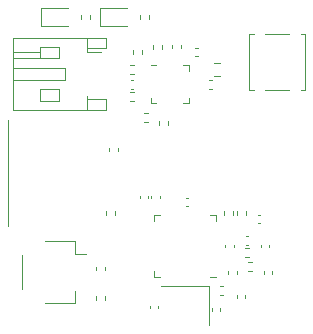
<source format=gto>
G04 #@! TF.GenerationSoftware,KiCad,Pcbnew,8.0.2*
G04 #@! TF.CreationDate,2024-05-24T20:41:35+02:00*
G04 #@! TF.ProjectId,ESP32-C3,45535033-322d-4433-932e-6b696361645f,rev?*
G04 #@! TF.SameCoordinates,Original*
G04 #@! TF.FileFunction,Legend,Top*
G04 #@! TF.FilePolarity,Positive*
%FSLAX46Y46*%
G04 Gerber Fmt 4.6, Leading zero omitted, Abs format (unit mm)*
G04 Created by KiCad (PCBNEW 8.0.2) date 2024-05-24 20:41:35*
%MOMM*%
%LPD*%
G01*
G04 APERTURE LIST*
%ADD10C,0.120000*%
G04 APERTURE END LIST*
D10*
G04 #@! TO.C,C3*
X54240000Y-7642164D02*
X54240000Y-7857836D01*
X54960000Y-7642164D02*
X54960000Y-7857836D01*
G04 #@! TO.C,R3*
X40920000Y-2546359D02*
X40920000Y-2853641D01*
X41680000Y-2546359D02*
X41680000Y-2853641D01*
G04 #@! TO.C,C12*
X50587164Y-8890000D02*
X50802836Y-8890000D01*
X50587164Y-9610000D02*
X50802836Y-9610000D01*
G04 #@! TO.C,C5*
X47642164Y-1390000D02*
X47857836Y-1390000D01*
X47642164Y-2110000D02*
X47857836Y-2110000D01*
G04 #@! TO.C,R18*
X44920000Y11236359D02*
X44920000Y11543641D01*
X45680000Y11236359D02*
X45680000Y11543641D01*
G04 #@! TO.C,D5*
X40415000Y14635000D02*
X40415000Y13165000D01*
X40415000Y13165000D02*
X42700000Y13165000D01*
X42700000Y14635000D02*
X40415000Y14635000D01*
G04 #@! TO.C,R16*
X45420000Y4796359D02*
X45420000Y5103641D01*
X46180000Y4796359D02*
X46180000Y5103641D01*
G04 #@! TO.C,U2*
X44690000Y6590000D02*
X44690000Y7065000D01*
X45165000Y9810000D02*
X44690000Y9810000D01*
X45165000Y6590000D02*
X44690000Y6590000D01*
X47435000Y9810000D02*
X47910000Y9810000D01*
X47435000Y6590000D02*
X47910000Y6590000D01*
X47910000Y9810000D02*
X47910000Y9335000D01*
X47910000Y6590000D02*
X47910000Y7065000D01*
G04 #@! TO.C,R10*
X38770000Y13746359D02*
X38770000Y14053641D01*
X39530000Y13746359D02*
X39530000Y14053641D01*
G04 #@! TO.C,C4*
X53990000Y-5392164D02*
X53990000Y-5607836D01*
X54710000Y-5392164D02*
X54710000Y-5607836D01*
G04 #@! TO.C,C16*
X49855000Y-10762164D02*
X49855000Y-10977836D01*
X50575000Y-10762164D02*
X50575000Y-10977836D01*
G04 #@! TO.C,C11*
X43740000Y-1457836D02*
X43740000Y-1242164D01*
X44460000Y-1457836D02*
X44460000Y-1242164D01*
G04 #@! TO.C,R5*
X46520000Y11573641D02*
X46520000Y11266359D01*
X47280000Y11573641D02*
X47280000Y11266359D01*
G04 #@! TO.C,C6*
X51240000Y-7642164D02*
X51240000Y-7857836D01*
X51960000Y-7642164D02*
X51960000Y-7857836D01*
G04 #@! TO.C,U1*
X32620000Y5210000D02*
X32620000Y-3790000D01*
G04 #@! TO.C,R9*
X43770000Y13746359D02*
X43770000Y14053641D01*
X44530000Y13746359D02*
X44530000Y14053641D01*
G04 #@! TO.C,R11*
X43170000Y10796359D02*
X43170000Y11103641D01*
X43930000Y10796359D02*
X43930000Y11103641D01*
G04 #@! TO.C,C1*
X53957836Y-2840000D02*
X53742164Y-2840000D01*
X53957836Y-3560000D02*
X53742164Y-3560000D01*
G04 #@! TO.C,C20*
X49622164Y8560000D02*
X49837836Y8560000D01*
X49622164Y7840000D02*
X49837836Y7840000D01*
G04 #@! TO.C,R1*
X51970000Y-2853641D02*
X51970000Y-2546359D01*
X52730000Y-2853641D02*
X52730000Y-2546359D01*
G04 #@! TO.C,R7*
X40020000Y-7553641D02*
X40020000Y-7246359D01*
X40780000Y-7553641D02*
X40780000Y-7246359D01*
G04 #@! TO.C,C15*
X51990000Y-9857836D02*
X51990000Y-9642164D01*
X52710000Y-9857836D02*
X52710000Y-9642164D01*
G04 #@! TO.C,L1*
X53253641Y-6870000D02*
X52946359Y-6870000D01*
X53253641Y-7630000D02*
X52946359Y-7630000D01*
G04 #@! TO.C,D4*
X35415000Y14635000D02*
X35415000Y13165000D01*
X35415000Y13165000D02*
X37700000Y13165000D01*
X37700000Y14635000D02*
X35415000Y14635000D01*
G04 #@! TO.C,R2*
X41170000Y2546359D02*
X41170000Y2853641D01*
X41930000Y2546359D02*
X41930000Y2853641D01*
G04 #@! TO.C,R15*
X50062742Y9972500D02*
X50537258Y9972500D01*
X50062742Y8927500D02*
X50537258Y8927500D01*
G04 #@! TO.C,R8*
X40020000Y-9746359D02*
X40020000Y-10053641D01*
X40780000Y-9746359D02*
X40780000Y-10053641D01*
G04 #@! TO.C,R17*
X44453641Y5780000D02*
X44146359Y5780000D01*
X44453641Y5020000D02*
X44146359Y5020000D01*
G04 #@! TO.C,SW2*
X53030000Y12470000D02*
X53430000Y12470000D01*
X53030000Y7730000D02*
X53030000Y12470000D01*
X53030000Y7730000D02*
X53430000Y7730000D01*
X56430000Y12470000D02*
X54370000Y12470000D01*
X56430000Y7730000D02*
X54370000Y7730000D01*
X57770000Y12470000D02*
X57370000Y12470000D01*
X57770000Y7730000D02*
X57370000Y7730000D01*
X57770000Y7730000D02*
X57770000Y12470000D01*
G04 #@! TO.C,R12*
X43243641Y9830000D02*
X42936359Y9830000D01*
X43243641Y9070000D02*
X42936359Y9070000D01*
G04 #@! TO.C,C21*
X43217836Y8560000D02*
X43002164Y8560000D01*
X43217836Y7840000D02*
X43002164Y7840000D01*
G04 #@! TO.C,C14*
X44740000Y-1457836D02*
X44740000Y-1242164D01*
X45460000Y-1457836D02*
X45460000Y-1242164D01*
G04 #@! TO.C,J2*
X33060000Y12160000D02*
X33060000Y6040000D01*
X33060000Y9600000D02*
X37420000Y9600000D01*
X33060000Y6040000D02*
X40880000Y6040000D01*
X35320000Y11400000D02*
X35320000Y10400000D01*
X35320000Y10900000D02*
X33060000Y10900000D01*
X35320000Y10400000D02*
X33060000Y10400000D01*
X35320000Y10400000D02*
X36920000Y10400000D01*
X35320000Y7800000D02*
X36920000Y7800000D01*
X35320000Y6800000D02*
X35320000Y7800000D01*
X36920000Y11400000D02*
X35320000Y11400000D01*
X36920000Y10400000D02*
X36920000Y11400000D01*
X36920000Y7800000D02*
X36920000Y6800000D01*
X36920000Y6800000D02*
X35320000Y6800000D01*
X37420000Y9600000D02*
X37420000Y8600000D01*
X37420000Y8600000D02*
X33060000Y8600000D01*
X39280000Y12160000D02*
X39280000Y11240000D01*
X39280000Y11240000D02*
X40880000Y11240000D01*
X39280000Y10960000D02*
X39280000Y11240000D01*
X39280000Y10960000D02*
X40495000Y10960000D01*
X39280000Y6960000D02*
X39280000Y7240000D01*
X39280000Y6040000D02*
X39280000Y6960000D01*
X40880000Y12160000D02*
X33060000Y12160000D01*
X40880000Y11240000D02*
X40880000Y12160000D01*
X40880000Y6960000D02*
X39280000Y6960000D01*
X40880000Y6040000D02*
X40880000Y6960000D01*
G04 #@! TO.C,R4*
X42936359Y7580000D02*
X43243641Y7580000D01*
X42936359Y6820000D02*
X43243641Y6820000D01*
G04 #@! TO.C,L2*
X53003641Y-5620000D02*
X52696359Y-5620000D01*
X53003641Y-6380000D02*
X52696359Y-6380000D01*
G04 #@! TO.C,C7*
X50990000Y-5392164D02*
X50990000Y-5607836D01*
X51710000Y-5392164D02*
X51710000Y-5607836D01*
G04 #@! TO.C,U3*
X44990000Y-2890000D02*
X44990000Y-3365000D01*
X44990000Y-8110000D02*
X44990000Y-7635000D01*
X45465000Y-2890000D02*
X44990000Y-2890000D01*
X45465000Y-8110000D02*
X44990000Y-8110000D01*
X49735000Y-2890000D02*
X50210000Y-2890000D01*
X49735000Y-8110000D02*
X50210000Y-8110000D01*
X50210000Y-2890000D02*
X50210000Y-3365000D01*
G04 #@! TO.C,C2*
X52742164Y-4640000D02*
X52957836Y-4640000D01*
X52742164Y-5360000D02*
X52957836Y-5360000D01*
G04 #@! TO.C,R6*
X50920000Y-2853641D02*
X50920000Y-2546359D01*
X51680000Y-2853641D02*
X51680000Y-2546359D01*
G04 #@! TO.C,J1*
X33785000Y-6260000D02*
X33785000Y-9140000D01*
X35755000Y-5090000D02*
X38255000Y-5090000D01*
X35755000Y-10310000D02*
X38255000Y-10310000D01*
X38255000Y-5090000D02*
X38255000Y-6140000D01*
X38255000Y-6140000D02*
X39245000Y-6140000D01*
X38255000Y-10310000D02*
X38255000Y-9260000D01*
G04 #@! TO.C,C19*
X48442164Y11310000D02*
X48657836Y11310000D01*
X48442164Y10590000D02*
X48657836Y10590000D01*
G04 #@! TO.C,Y1*
X49600000Y-8900000D02*
X45600000Y-8900000D01*
X49600000Y-12200000D02*
X49600000Y-8900000D01*
G04 #@! TO.C,C17*
X44590000Y-10742835D02*
X44590000Y-10527163D01*
X45310000Y-10742835D02*
X45310000Y-10527163D01*
G04 #@! TD*
M02*

</source>
